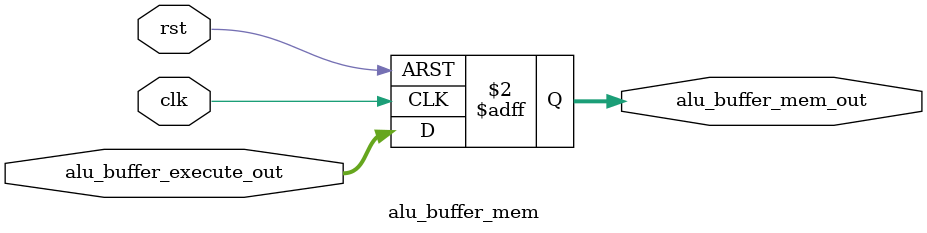
<source format=sv>
module alu_buffer_mem (
    input logic clk,
    input logic rst,
    input logic [31:0] alu_buffer_execute_out,
    output logic [31:0] alu_buffer_mem_out
);

  always_ff @(posedge clk or posedge rst) begin
    if (rst) begin
      alu_buffer_mem_out <= 32'b0;
    end else begin
      alu_buffer_mem_out <= alu_buffer_execute_out;
    end
  end
endmodule
</source>
